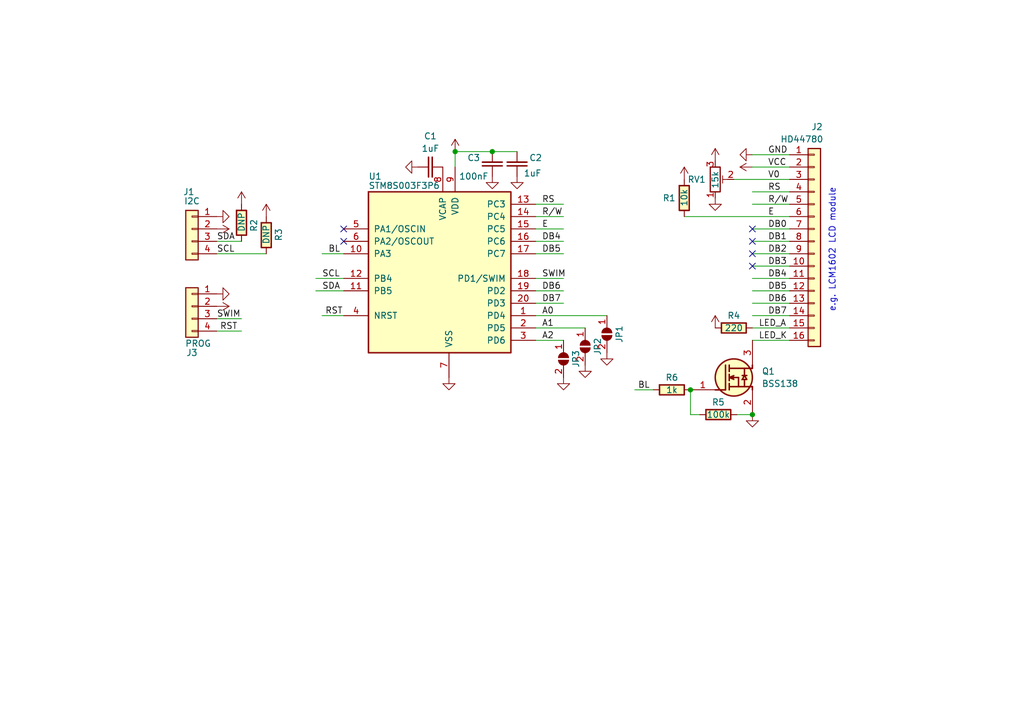
<source format=kicad_sch>
(kicad_sch (version 20211123) (generator eeschema)
  (paper "A5")
  (title_block (title "I²C to HD44780 adapter") (date "$date$") (rev "$version$.$revision$") (company "CuVoodoo") (comment 1 "King Kévin") (comment 2 "CERN-OHL-S"))
  (lib_symbols
    (symbol "Connector_Generic:Conn_01x04" (pin_names (offset 1.016) hide)
      (property "Reference" "J" (at 0 5.08 0))
      (property "Value" "Conn_01x04" (at 0 -7.62 0))
      (symbol "Conn_01x04_1_1"
        (rectangle (start -1.27 -4.953) (end 0 -5.207) (stroke (width 0.1524)))
        (rectangle (start -1.27 -2.413) (end 0 -2.667) (stroke (width 0.1524)))
        (rectangle (start -1.27 0.127) (end 0 -0.127) (stroke (width 0.1524)))
        (rectangle (start -1.27 2.667) (end 0 2.413) (stroke (width 0.1524)))
        (rectangle (start -1.27 3.81) (end 1.27 -6.35) (stroke (width 0.254)) (fill (type background)))
        (pin passive line (at -5.08 2.54 0) (length 3.81) (name "Pin_1") (number "1"))
        (pin passive line (at -5.08 0 0) (length 3.81) (name "Pin_2") (number "2"))
        (pin passive line (at -5.08 -2.54 0) (length 3.81) (name "Pin_3") (number "3"))
        (pin passive line (at -5.08 -5.08 0) (length 3.81) (name "Pin_4") (number "4"))
      )
    )
    (symbol "Connector_Generic:Conn_01x16" (pin_names (offset 1.016) hide)
      (property "Reference" "J" (at 0 20.32 0))
      (property "Value" "Conn_01x16" (at 0 -22.86 0))
      (symbol "Conn_01x16_1_1"
        (rectangle (start -1.27 -20.193) (end 0 -20.447) (stroke (width 0.1524)))
        (rectangle (start -1.27 -17.653) (end 0 -17.907) (stroke (width 0.1524)))
        (rectangle (start -1.27 -15.113) (end 0 -15.367) (stroke (width 0.1524)))
        (rectangle (start -1.27 -12.573) (end 0 -12.827) (stroke (width 0.1524)))
        (rectangle (start -1.27 -10.033) (end 0 -10.287) (stroke (width 0.1524)))
        (rectangle (start -1.27 -7.493) (end 0 -7.747) (stroke (width 0.1524)))
        (rectangle (start -1.27 -4.953) (end 0 -5.207) (stroke (width 0.1524)))
        (rectangle (start -1.27 -2.413) (end 0 -2.667) (stroke (width 0.1524)))
        (rectangle (start -1.27 0.127) (end 0 -0.127) (stroke (width 0.1524)))
        (rectangle (start -1.27 2.667) (end 0 2.413) (stroke (width 0.1524)))
        (rectangle (start -1.27 5.207) (end 0 4.953) (stroke (width 0.1524)))
        (rectangle (start -1.27 7.747) (end 0 7.493) (stroke (width 0.1524)))
        (rectangle (start -1.27 10.287) (end 0 10.033) (stroke (width 0.1524)))
        (rectangle (start -1.27 12.827) (end 0 12.573) (stroke (width 0.1524)))
        (rectangle (start -1.27 15.367) (end 0 15.113) (stroke (width 0.1524)))
        (rectangle (start -1.27 17.907) (end 0 17.653) (stroke (width 0.1524)))
        (rectangle (start -1.27 19.05) (end 1.27 -21.59) (stroke (width 0.254)) (fill (type background)))
        (pin passive line (at -5.08 17.78 0) (length 3.81) (name "Pin_1") (number "1"))
        (pin passive line (at -5.08 -5.08 0) (length 3.81) (name "Pin_10") (number "10"))
        (pin passive line (at -5.08 -7.62 0) (length 3.81) (name "Pin_11") (number "11"))
        (pin passive line (at -5.08 -10.16 0) (length 3.81) (name "Pin_12") (number "12"))
        (pin passive line (at -5.08 -12.7 0) (length 3.81) (name "Pin_13") (number "13"))
        (pin passive line (at -5.08 -15.24 0) (length 3.81) (name "Pin_14") (number "14"))
        (pin passive line (at -5.08 -17.78 0) (length 3.81) (name "Pin_15") (number "15"))
        (pin passive line (at -5.08 -20.32 0) (length 3.81) (name "Pin_16") (number "16"))
        (pin passive line (at -5.08 15.24 0) (length 3.81) (name "Pin_2") (number "2"))
        (pin passive line (at -5.08 12.7 0) (length 3.81) (name "Pin_3") (number "3"))
        (pin passive line (at -5.08 10.16 0) (length 3.81) (name "Pin_4") (number "4"))
        (pin passive line (at -5.08 7.62 0) (length 3.81) (name "Pin_5") (number "5"))
        (pin passive line (at -5.08 5.08 0) (length 3.81) (name "Pin_6") (number "6"))
        (pin passive line (at -5.08 2.54 0) (length 3.81) (name "Pin_7") (number "7"))
        (pin passive line (at -5.08 0 0) (length 3.81) (name "Pin_8") (number "8"))
        (pin passive line (at -5.08 -2.54 0) (length 3.81) (name "Pin_9") (number "9"))
      )
    )
    (symbol "Device:R_Potentiometer_Trim" (pin_names (offset 1.016) hide)
      (property "Reference" "RV" (at -4.445 0 90))
      (property "Value" "R_Potentiometer_Trim" (at -2.54 0 90))
      (symbol "R_Potentiometer_Trim_0_1"
        (polyline (pts (xy 1.524 0.762) (xy 1.524 -0.762)))
        (polyline (pts (xy 2.54 0) (xy 1.524 0)))
        (rectangle (start 1.016 2.54) (end -1.016 -2.54) (stroke (width 0.254)))
      )
      (symbol "R_Potentiometer_Trim_1_1"
        (pin passive line (at 0 3.81 270) (length 1.27) (name "1") (number "1"))
        (pin passive line (at 3.81 0 180) (length 1.27) (name "2") (number "2"))
        (pin passive line (at 0 -3.81 90) (length 1.27) (name "3") (number "3"))
      )
    )
    (symbol "Jumper:SolderJumper_2_Open" (pin_names (offset 0) hide)
      (property "Reference" "JP" (at 0 2.032 0))
      (property "Value" "SolderJumper_2_Open" (at 0 -2.54 0))
      (symbol "SolderJumper_2_Open_0_1"
        (arc (start -0.254 1.016) (mid -1.27 0) (end -0.254 -1.016))
        (arc (start -0.254 1.016) (mid -1.27 0) (end -0.254 -1.016) (fill (type outline)))
        (polyline (pts (xy -0.254 1.016) (xy -0.254 -1.016)))
        (polyline (pts (xy 0.254 1.016) (xy 0.254 -1.016)))
        (arc (start 0.254 -1.016) (mid 1.27 0) (end 0.254 1.016))
        (arc (start 0.254 -1.016) (mid 1.27 0) (end 0.254 1.016) (fill (type outline)))
      )
      (symbol "SolderJumper_2_Open_1_1"
        (pin passive line (at -3.81 0 0) (length 2.54) (name "A") (number "1"))
        (pin passive line (at 3.81 0 180) (length 2.54) (name "B") (number "2"))
      )
    )
    (symbol "power:GND" (power) (pin_names (offset 0))
      (property "Value" "GND" (at 0 -3.81 0))
      (symbol "GND_0_1"
        (polyline (pts (xy 0 0) (xy 0 -1.27) (xy 1.27 -1.27) (xy 0 -2.54) (xy -1.27 -1.27) (xy 0 -1.27)))
      )
      (symbol "GND_1_1"
        (pin power_in line (at 0 0 270) (length 0) hide (name "GND") (number "1"))
      )
    )
    (symbol "power:VCC" (power) (pin_names (offset 0))
      (property "Value" "VCC" (at 0 3.81 0))
      (symbol "VCC_0_1"
        (polyline (pts (xy -0.762 1.27) (xy 0 2.54)))
        (polyline (pts (xy 0 0) (xy 0 2.54)))
        (polyline (pts (xy 0 2.54) (xy 0.762 1.27)))
      )
      (symbol "VCC_1_1"
        (pin power_in line (at 0 0 90) (length 0) hide (name "VCC") (number "1"))
      )
    )
    (symbol "qeda:BSS138" (pin_names (offset 1.016) hide)
      (property "Reference" "VT" (at 1.778 4.572 0))
      (property "Value" "BSS138" (at 1.778 -4.572 0))
      (symbol "BSS138_1_1"
        (polyline (pts (xy -3.81 -2.54) (xy -1.7018 -2.54)) (stroke (width 0.3048)))
        (polyline (pts (xy -1.7018 2.54) (xy -1.7018 -2.54)) (stroke (width 0.3048)))
        (polyline (pts (xy -0.9398 -1.8796) (xy 3.81 -1.8796)) (stroke (width 0.3048)))
        (polyline (pts (xy -0.9398 -1.2192) (xy -0.9398 -2.54)) (stroke (width 0.3048)))
        (polyline (pts (xy -0.9398 0) (xy 0.9652 0)) (stroke (width 0.3048)))
        (polyline (pts (xy -0.9398 0.6604) (xy -0.9398 -0.6604)) (stroke (width 0.3048)))
        (polyline (pts (xy -0.9398 1.8796) (xy 3.81 1.8796)) (stroke (width 0.3048)))
        (polyline (pts (xy -0.9398 2.54) (xy -0.9398 1.2192)) (stroke (width 0.3048)))
        (polyline (pts (xy 0.9652 0) (xy 0.9652 -1.8796)) (stroke (width 0.3048)))
        (polyline (pts (xy 1.7272 0.4064) (xy 2.667 0.4064)) (stroke (width 0.3048)))
        (polyline (pts (xy 2.1844 -0.4064) (xy 2.1844 -1.8796)) (stroke (width 0.3048)))
        (polyline (pts (xy 2.1844 1.8796) (xy 2.1844 0.4064)) (stroke (width 0.3048)))
        (polyline (pts (xy 3.81 -1.8796) (xy 3.81 -2.54)) (stroke (width 0.3048)))
        (polyline (pts (xy 3.81 1.8796) (xy 3.81 2.54)) (stroke (width 0.3048)))
        (polyline (pts (xy 0 0.381) (xy -0.9398 0) (xy 0 -0.381)) (stroke (width 0.3048)) (fill (type outline)))
        (polyline (pts (xy 1.7272 -0.4064) (xy 2.667 -0.4064) (xy 2.1844 0.4064) (xy 1.7272 -0.4064)) (stroke (width 0.3048)))
        (circle (center 0 0) (radius 3.81) (stroke (width 0.3048)) (fill (type background)))
        (pin input line (at -8.89 -2.54 0) (length 5.08) (name "G") (number "1"))
        (pin unspecified line (at 3.81 -7.62 90) (length 5.08) (name "S") (number "2"))
        (pin unspecified line (at 3.81 7.62 270) (length 5.08) (name "D") (number "3"))
      )
    )
    (symbol "qeda:C0603" (pin_numbers hide) (pin_names (offset 1.016) hide)
      (property "Reference" "C" (at 0 2.794 0))
      (property "Value" "C0603" (at 0 -2.794 0))
      (symbol "C0603_1_1"
        (polyline (pts (xy -0.381 2.032) (xy -0.381 -2.032)) (stroke (width 0.3048)))
        (polyline (pts (xy 0.381 2.032) (xy 0.381 -2.032)) (stroke (width 0.3048)))
        (pin passive line (at -2.54 0 0) (length 2.159) (name "L") (number "1"))
        (pin passive line (at 2.54 0 180) (length 2.159) (name "R") (number "2"))
      )
    )
    (symbol "qeda:R0603" (pin_numbers hide) (pin_names (offset 1.016) hide)
      (property "Reference" "R" (at 0 1.778 0))
      (property "Value" "R0603" (at 0 -1.778 0))
      (symbol "R0603_1_1"
        (rectangle (start -2.54 1.016) (end 2.54 -1.016) (stroke (width 0.3048)) (fill (type background)))
        (pin passive line (at -3.81 0 0) (length 1.27) (name "L") (number "1"))
        (pin passive line (at 3.81 0 180) (length 1.27) (name "R") (number "2"))
      )
    )
    (symbol "qeda:STM8S003F3" (pin_names (offset 1.016))
      (property "Reference" "U" (at 0 0.762 0))
      (property "Value" "STM8S003F3" (at 17.272 -33.782 0))
      (symbol "STM8S003F3_1_1"
        (rectangle (start 0 0) (end 29.21 -33.02) (stroke (width 0.3048)) (fill (type background)))
        (pin bidirectional line (at 34.29 -25.4 180) (length 5.08) (name "PD4") (number "1"))
        (pin bidirectional line (at -5.08 -12.7 0) (length 5.08) (name "PA3") (number "10"))
        (pin bidirectional line (at -5.08 -20.32 0) (length 5.08) (name "PB5") (number "11"))
        (pin bidirectional line (at -5.08 -17.78 0) (length 5.08) (name "PB4") (number "12"))
        (pin bidirectional line (at 34.29 -2.54 180) (length 5.08) (name "PC3") (number "13"))
        (pin bidirectional line (at 34.29 -5.08 180) (length 5.08) (name "PC4") (number "14"))
        (pin bidirectional line (at 34.29 -7.62 180) (length 5.08) (name "PC5") (number "15"))
        (pin bidirectional line (at 34.29 -10.16 180) (length 5.08) (name "PC6") (number "16"))
        (pin bidirectional line (at 34.29 -12.7 180) (length 5.08) (name "PC7") (number "17"))
        (pin bidirectional line (at 34.29 -17.78 180) (length 5.08) (name "PD1/SWIM") (number "18"))
        (pin bidirectional line (at 34.29 -20.32 180) (length 5.08) (name "PD2") (number "19"))
        (pin bidirectional line (at 34.29 -27.94 180) (length 5.08) (name "PD5") (number "2"))
        (pin bidirectional line (at 34.29 -22.86 180) (length 5.08) (name "PD3") (number "20"))
        (pin bidirectional line (at 34.29 -30.48 180) (length 5.08) (name "PD6") (number "3"))
        (pin input line (at -5.08 -25.4 0) (length 5.08) (name "NRST") (number "4"))
        (pin bidirectional line (at -5.08 -7.62 0) (length 5.08) (name "PA1/OSCIN") (number "5"))
        (pin bidirectional line (at -5.08 -10.16 0) (length 5.08) (name "PA2/OSCOUT") (number "6"))
        (pin power_in line (at 16.51 -38.1 90) (length 5.08) (name "VSS") (number "7"))
        (pin power_in line (at 15.24 5.08 270) (length 5.08) (name "VCAP") (number "8"))
        (pin power_in line (at 17.78 5.08 270) (length 5.08) (name "VDD") (number "9"))
      )
    )
  )
  (junction (at 141.605 80.01))
  (junction (at 100.965 31.115))
  (junction (at 154.305 85.09))
  (junction (at 93.345 31.115))
  (no_connect (at 154.305 49.53))
  (no_connect (at 154.305 54.61))
  (no_connect (at 154.305 46.99))
  (no_connect (at 154.305 52.07))
  (no_connect (at 70.485 46.99))
  (no_connect (at 70.485 49.53))
  (wire (pts (xy 143.51 85.09) (xy 141.605 85.09)))
  (wire (pts (xy 141.605 85.09) (xy 141.605 80.01)))
  (wire (pts (xy 109.855 44.45) (xy 115.57 44.45)))
  (wire (pts (xy 64.77 57.15) (xy 70.485 57.15)))
  (wire (pts (xy 66.04 64.77) (xy 70.485 64.77)))
  (wire (pts (xy 109.855 62.23) (xy 115.57 62.23)))
  (wire (pts (xy 154.305 54.61) (xy 161.925 54.61)))
  (wire (pts (xy 109.855 49.53) (xy 115.57 49.53)))
  (wire (pts (xy 44.45 67.945) (xy 49.53 67.945)))
  (wire (pts (xy 154.305 52.07) (xy 161.925 52.07)))
  (wire (pts (xy 154.305 62.23) (xy 161.925 62.23)))
  (wire (pts (xy 66.04 52.07) (xy 70.485 52.07)))
  (wire (pts (xy 109.855 57.15) (xy 115.57 57.15)))
  (wire (pts (xy 44.45 52.07) (xy 54.61 52.07)))
  (wire (pts (xy 130.175 80.01) (xy 133.985 80.01)))
  (wire (pts (xy 151.13 85.09) (xy 154.305 85.09)))
  (wire (pts (xy 154.305 46.99) (xy 161.925 46.99)))
  (wire (pts (xy 109.855 41.91) (xy 115.57 41.91)))
  (wire (pts (xy 154.305 57.15) (xy 161.925 57.15)))
  (wire (pts (xy 154.305 64.77) (xy 161.925 64.77)))
  (wire (pts (xy 154.305 49.53) (xy 161.925 49.53)))
  (wire (pts (xy 44.45 65.405) (xy 49.53 65.405)))
  (wire (pts (xy 154.305 59.69) (xy 161.925 59.69)))
  (wire (pts (xy 109.855 69.85) (xy 115.57 69.85)))
  (wire (pts (xy 154.305 31.75) (xy 161.925 31.75)))
  (wire (pts (xy 44.45 49.53) (xy 49.53 49.53)))
  (wire (pts (xy 64.77 59.69) (xy 70.485 59.69)))
  (wire (pts (xy 154.305 34.29) (xy 161.925 34.29)))
  (wire (pts (xy 154.305 41.91) (xy 161.925 41.91)))
  (wire (pts (xy 109.855 64.77) (xy 124.46 64.77)))
  (wire (pts (xy 100.965 31.115) (xy 106.045 31.115)))
  (wire (pts (xy 109.855 59.69) (xy 115.57 59.69)))
  (wire (pts (xy 154.305 39.37) (xy 161.925 39.37)))
  (wire (pts (xy 140.335 44.45) (xy 161.925 44.45)))
  (wire (pts (xy 154.305 67.31) (xy 161.925 67.31)))
  (wire (pts (xy 109.855 67.31) (xy 120.015 67.31)))
  (wire (pts (xy 109.855 46.99) (xy 115.57 46.99)))
  (wire (pts (xy 93.345 31.115) (xy 93.345 34.29)))
  (wire (pts (xy 150.495 36.83) (xy 161.925 36.83)))
  (wire (pts (xy 109.855 52.07) (xy 115.57 52.07)))
  (wire (pts (xy 154.305 69.85) (xy 161.925 69.85)))
  (wire (pts (xy 93.345 31.115) (xy 100.965 31.115)))
  (text "e.g. LCM1602 LCD module" (at 171.45 64.135 90) (effects (font (size 1.27 1.27)) (justify left bottom)))
  (label "RS" (at 111.125 41.91 0))
  (label "SWIM" (at 44.45 65.405 0))
  (label "A2" (at 111.125 69.85 0))
  (label "RST" (at 45.085 67.945 0))
  (label "E" (at 111.125 46.99 0))
  (label "DB4" (at 157.48 57.15 0))
  (label "DB7" (at 111.125 62.23 0))
  (label "DB5" (at 157.48 59.69 0))
  (label "GND" (at 157.48 31.75 0))
  (label "SWIM" (at 111.125 57.15 0))
  (label "BL" (at 67.31 52.07 0))
  (label "DB0" (at 157.48 46.99 0))
  (label "V0" (at 157.48 36.83 0))
  (label "RST" (at 66.675 64.77 0))
  (label "DB3" (at 157.48 54.61 0))
  (label "SDA" (at 66.04 59.69 0))
  (label "LED_K" (at 155.575 69.85 0))
  (label "DB2" (at 157.48 52.07 0))
  (label "RS" (at 157.48 39.37 0))
  (label "SCL" (at 66.04 57.15 0))
  (label "R{slash}W" (at 111.125 44.45 0))
  (label "DB6" (at 111.125 59.69 0))
  (label "DB4" (at 111.125 49.53 0))
  (label "R{slash}W" (at 157.48 41.91 0))
  (label "DB6" (at 157.48 62.23 0))
  (label "SCL" (at 44.45 52.07 0))
  (label "A0" (at 111.125 64.77 0))
  (label "BL" (at 130.81 80.01 0))
  (label "LED_A" (at 155.575 67.31 0))
  (label "E" (at 157.48 44.45 0))
  (label "DB1" (at 157.48 49.53 0))
  (label "DB5" (at 111.125 52.07 0))
  (label "SDA" (at 44.45 49.53 0))
  (label "A1" (at 111.125 67.31 0))
  (label "DB7" (at 157.48 64.77 0))
  (label "VCC" (at 157.48 34.29 0))
  (symbol (lib_id "Jumper:SolderJumper_2_Open") (at 124.46 68.58 270) (unit 1)
    (property "Reference" "JP1" (at 127 68.58 0))
    (property "Value" "SolderJumper_2_Open" (effects hide))
    (property "Footprint" "Jumper:SolderJumper-2_P1.3mm_Open_RoundedPad1.0x1.5mm" (effects hide))
  )
  (symbol (lib_id "qeda:C0603") (at 100.965 33.655 90) (unit 1)
    (property "Reference" "C3" (at 97.155 32.385 90))
    (property "Value" "100nF" (at 97.155 36.195 90))
    (property "Footprint" "qeda:CAPC1608X92N" (effects hide))
  )
  (symbol (lib_id "qeda:R0603") (at 140.335 40.64 270) (unit 1)
    (property "Reference" "R1" (at 135.89 40.64 90) (effects (justify left)))
    (property "Value" "10k" (at 140.335 38.735 0) (effects (justify left)))
    (property "Footprint" "qeda:UC1608X55N" (effects hide))
  )
  (symbol (lib_id "Jumper:SolderJumper_2_Open") (at 115.57 73.66 270) (unit 1)
    (property "Reference" "JP3" (at 118.11 73.66 0))
    (property "Value" "SolderJumper_2_Open" (effects hide))
    (property "Footprint" "Jumper:SolderJumper-2_P1.3mm_Open_RoundedPad1.0x1.5mm" (effects hide))
  )
  (symbol (lib_id "power:VCC") (at 44.45 62.865 270) (unit 1)
    (property "Reference" "#PWR0105" (effects hide))
    (property "Value" "VCC" (effects hide))
  )
  (symbol (lib_id "Connector_Generic:Conn_01x04") (at 39.37 46.99 0) (mirror y) (unit 1)
    (property "Reference" "J1" (at 38.735 39.37 0))
    (property "Value" "I2C" (at 39.37 41.275 0))
    (property "Footprint" "Connector_PinSocket_2.54mm:PinSocket_1x04_P2.54mm_Vertical" (effects hide))
  )
  (symbol (lib_id "power:GND") (at 154.305 85.09 0) (unit 1)
    (property "Reference" "#PWR0119" (effects hide))
    (property "Value" "GND" (effects hide))
  )
  (symbol (lib_id "qeda:C0603") (at 88.265 34.29 0) (unit 1)
    (property "Reference" "C1" (at 88.265 27.94 0))
    (property "Value" "1uF" (at 88.265 30.48 0))
    (property "Footprint" "qeda:CAPC1608X92N" (effects hide))
  )
  (symbol (lib_id "power:VCC") (at 93.345 31.115 0) (unit 1)
    (property "Reference" "#PWR0102" (effects hide))
    (property "Value" "VCC" (effects hide))
  )
  (symbol (lib_id "Jumper:SolderJumper_2_Open") (at 120.015 71.12 270) (unit 1)
    (property "Reference" "JP2" (at 122.555 71.12 0))
    (property "Value" "SolderJumper_2_Open" (effects hide))
    (property "Footprint" "Jumper:SolderJumper-2_P1.3mm_Open_RoundedPad1.0x1.5mm" (effects hide))
  )
  (symbol (lib_id "Device:R_Potentiometer_Trim") (at 146.685 36.83 0) (mirror x) (unit 1)
    (property "Reference" "RV1" (at 144.78 36.83 0) (effects (justify right)))
    (property "Value" "15k" (at 146.685 38.735 90) (effects (justify right)))
    (property "Footprint" "qeda:RESISTOR_TRIMPOT_3MM" (effects hide))
  )
  (symbol (lib_id "qeda:BSS138") (at 150.495 77.47 0) (unit 1)
    (property "Reference" "Q1" (at 156.21 76.1999 0) (effects (justify left)))
    (property "Value" "BSS138" (at 156.21 78.7399 0) (effects (justify left)))
    (property "Footprint" "qeda:SOT95P237X112-3N" (effects hide))
    (property "Datasheet" "https://www.onsemi.com/pdf/datasheet/bss138-d.pdf" (effects hide))
  )
  (symbol (lib_id "qeda:R0603") (at 147.32 85.09 0) (unit 1)
    (property "Reference" "R5" (at 147.32 82.55 0))
    (property "Value" "100k" (at 147.32 85.09 0))
    (property "Footprint" "qeda:UC1608X55N" (effects hide))
  )
  (symbol (lib_id "qeda:STM8S003F3") (at 75.565 39.37 0) (unit 1)
    (property "Reference" "U1" (at 75.565 36.195 0) (effects (justify left)))
    (property "Value" "STM8S003F3P6" (at 75.565 38.1 0) (effects (justify left)))
    (property "Footprint" "qeda:SOP65P640X120-20N" (effects hide))
    (property "Datasheet" "https://www.st.com/resource/en/datasheet/stm8s003f3.pdf" (effects hide))
  )
  (symbol (lib_id "power:GND") (at 85.725 34.29 270) (unit 1)
    (property "Reference" "#PWR0103" (effects hide))
    (property "Value" "GND" (effects hide))
  )
  (symbol (lib_id "power:GND") (at 92.075 77.47 0) (unit 1)
    (property "Reference" "#PWR0107" (effects hide))
    (property "Value" "GND" (effects hide))
  )
  (symbol (lib_id "power:GND") (at 120.015 74.93 0) (unit 1)
    (property "Reference" "#PWR0118" (effects hide))
    (property "Value" "GND" (effects hide))
  )
  (symbol (lib_id "power:GND") (at 44.45 60.325 90) (unit 1)
    (property "Reference" "#PWR0104" (effects hide))
    (property "Value" "GND" (effects hide))
  )
  (symbol (lib_id "qeda:R0603") (at 54.61 48.26 90) (unit 1)
    (property "Reference" "R3" (at 57.15 49.53 0) (effects (justify left)))
    (property "Value" "DNP" (at 54.61 50.165 0) (effects (justify left)))
    (property "Footprint" "qeda:UC1608X55N" (effects hide))
  )
  (symbol (lib_id "power:VCC") (at 44.45 46.99 270) (unit 1)
    (property "Reference" "#PWR0106" (effects hide))
    (property "Value" "VCC" (effects hide))
  )
  (symbol (lib_id "power:VCC") (at 49.53 41.91 0) (unit 1)
    (property "Reference" "#PWR0110" (effects hide))
    (property "Value" "VCC" (effects hide))
  )
  (symbol (lib_id "power:GND") (at 106.045 36.195 0) (unit 1)
    (property "Reference" "#PWR?" (effects hide))
    (property "Value" "GND" (effects hide))
  )
  (symbol (lib_id "qeda:R0603") (at 150.495 67.31 0) (unit 1)
    (property "Reference" "R4" (at 150.495 64.77 0))
    (property "Value" "220" (at 150.495 67.31 0))
    (property "Footprint" "qeda:UC1608X55N" (effects hide))
  )
  (symbol (lib_id "power:GND") (at 124.46 72.39 0) (unit 1)
    (property "Reference" "#PWR0116" (effects hide))
    (property "Value" "GND" (effects hide))
  )
  (symbol (lib_id "power:VCC") (at 154.305 34.29 90) (unit 1)
    (property "Reference" "#PWR0111" (effects hide))
    (property "Value" "VCC" (effects hide))
  )
  (symbol (lib_id "power:VCC") (at 54.61 44.45 0) (unit 1)
    (property "Reference" "#PWR0109" (effects hide))
    (property "Value" "VCC" (effects hide))
  )
  (symbol (lib_id "qeda:C0603") (at 106.045 33.655 270) (unit 1)
    (property "Reference" "C2" (at 109.855 32.385 90))
    (property "Value" "1uF" (at 109.22 35.56 90))
    (property "Footprint" "qeda:CAPC1608X92N" (effects hide))
  )
  (symbol (lib_id "Connector_Generic:Conn_01x16") (at 167.005 49.53 0) (unit 1)
    (property "Reference" "J2" (at 166.37 26.035 0) (effects (justify left)))
    (property "Value" "HD44780" (at 160.02 28.575 0) (effects (justify left)))
    (property "Footprint" "Connector_PinSocket_2.54mm:PinSocket_1x16_P2.54mm_Vertical" (effects hide))
  )
  (symbol (lib_id "power:GND") (at 115.57 77.47 0) (unit 1)
    (property "Reference" "#PWR0117" (effects hide))
    (property "Value" "GND" (effects hide))
  )
  (symbol (lib_id "power:VCC") (at 140.335 36.83 0) (unit 1)
    (property "Reference" "#PWR0115" (effects hide))
    (property "Value" "VCC" (effects hide))
  )
  (symbol (lib_id "power:VCC") (at 146.685 33.02 0) (unit 1)
    (property "Reference" "#PWR0113" (effects hide))
    (property "Value" "VCC" (effects hide))
  )
  (symbol (lib_id "power:VCC") (at 146.685 67.31 0) (unit 1)
    (property "Reference" "#PWR0120" (effects hide))
    (property "Value" "VCC" (effects hide))
  )
  (symbol (lib_id "power:GND") (at 154.305 31.75 270) (unit 1)
    (property "Reference" "#PWR0112" (effects hide))
    (property "Value" "GND" (effects hide))
  )
  (symbol (lib_id "power:GND") (at 44.45 44.45 90) (unit 1)
    (property "Reference" "#PWR0108" (effects hide))
    (property "Value" "GND" (effects hide))
  )
  (symbol (lib_id "power:GND") (at 100.965 36.195 0) (unit 1)
    (property "Reference" "#PWR?" (effects hide))
    (property "Value" "GND" (effects hide))
  )
  (symbol (lib_id "Connector_Generic:Conn_01x04") (at 39.37 62.865 0) (mirror y) (unit 1)
    (property "Reference" "J3" (at 39.37 72.39 0))
    (property "Value" "PROG" (at 40.64 70.485 0))
    (property "Footprint" "Connector_PinSocket_2.54mm:PinSocket_1x04_P2.54mm_Vertical" (effects hide))
  )
  (symbol (lib_id "power:GND") (at 146.685 40.64 0) (unit 1)
    (property "Reference" "#PWR0114" (effects hide))
    (property "Value" "GND" (effects hide))
  )
  (symbol (lib_id "qeda:R0603") (at 137.795 80.01 0) (unit 1)
    (property "Reference" "R6" (at 137.795 77.47 0))
    (property "Value" "1k" (at 137.795 80.01 0))
    (property "Footprint" "qeda:UC1608X55N" (effects hide))
  )
  (symbol (lib_id "qeda:R0603") (at 49.53 45.72 90) (unit 1)
    (property "Reference" "R2" (at 52.07 47.625 0) (effects (justify left)))
    (property "Value" "DNP" (at 49.53 47.625 0) (effects (justify left)))
    (property "Footprint" "qeda:UC1608X55N" (effects hide))
  )
)
</source>
